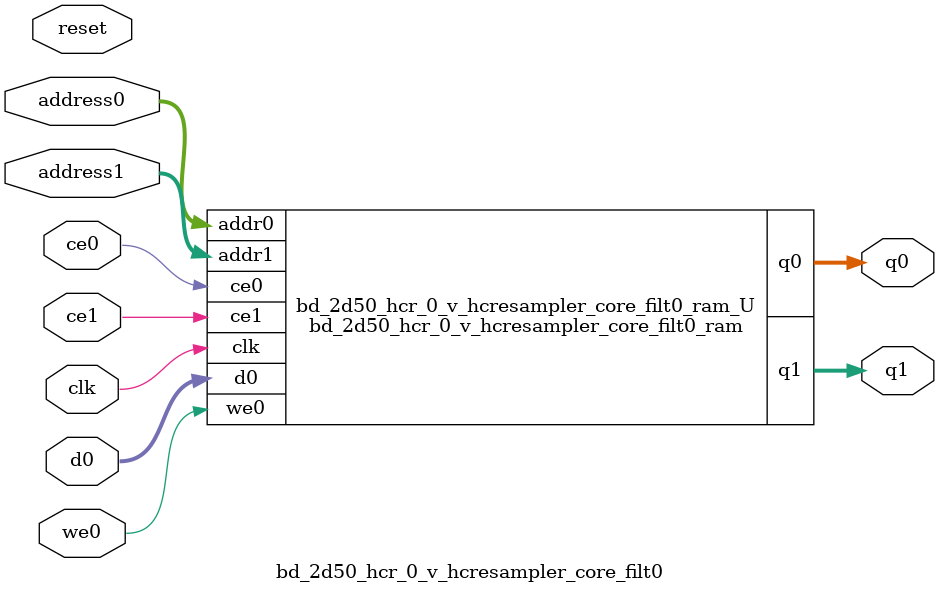
<source format=v>
`timescale 1 ns / 1 ps
module bd_2d50_hcr_0_v_hcresampler_core_filt0_ram (addr0, ce0, d0, we0, q0, addr1, ce1, q1,  clk);

parameter DWIDTH = 16;
parameter AWIDTH = 2;
parameter MEM_SIZE = 4;

input[AWIDTH-1:0] addr0;
input ce0;
input[DWIDTH-1:0] d0;
input we0;
output reg[DWIDTH-1:0] q0;
input[AWIDTH-1:0] addr1;
input ce1;
output reg[DWIDTH-1:0] q1;
input clk;

(* ram_style = "distributed" *)reg [DWIDTH-1:0] ram[0:MEM_SIZE-1];




always @(posedge clk)  
begin 
    if (ce0) 
    begin
        if (we0) 
        begin 
            ram[addr0] <= d0; 
        end 
        q0 <= ram[addr0];
    end
end


always @(posedge clk)  
begin 
    if (ce1) 
    begin
        q1 <= ram[addr1];
    end
end


endmodule

`timescale 1 ns / 1 ps
module bd_2d50_hcr_0_v_hcresampler_core_filt0(
    reset,
    clk,
    address0,
    ce0,
    we0,
    d0,
    q0,
    address1,
    ce1,
    q1);

parameter DataWidth = 32'd16;
parameter AddressRange = 32'd4;
parameter AddressWidth = 32'd2;
input reset;
input clk;
input[AddressWidth - 1:0] address0;
input ce0;
input we0;
input[DataWidth - 1:0] d0;
output[DataWidth - 1:0] q0;
input[AddressWidth - 1:0] address1;
input ce1;
output[DataWidth - 1:0] q1;



bd_2d50_hcr_0_v_hcresampler_core_filt0_ram bd_2d50_hcr_0_v_hcresampler_core_filt0_ram_U(
    .clk( clk ),
    .addr0( address0 ),
    .ce0( ce0 ),
    .we0( we0 ),
    .d0( d0 ),
    .q0( q0 ),
    .addr1( address1 ),
    .ce1( ce1 ),
    .q1( q1 ));

endmodule


</source>
